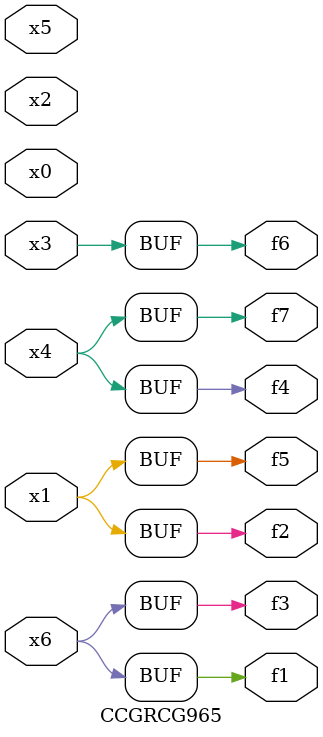
<source format=v>
module CCGRCG965(
	input x0, x1, x2, x3, x4, x5, x6,
	output f1, f2, f3, f4, f5, f6, f7
);
	assign f1 = x6;
	assign f2 = x1;
	assign f3 = x6;
	assign f4 = x4;
	assign f5 = x1;
	assign f6 = x3;
	assign f7 = x4;
endmodule

</source>
